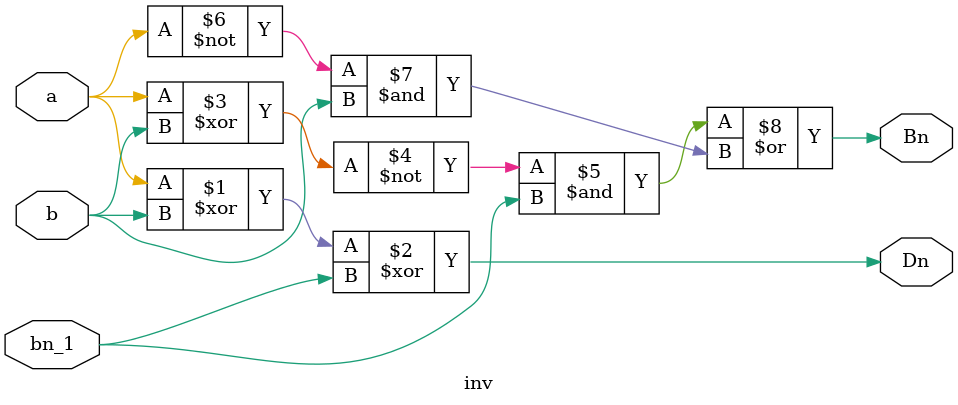
<source format=v>
`timescale 1ns / 1ps

module inv(
    input a,
    input b,
    input bn_1,
    output Dn,
    output Bn
);
    
assign Dn = (a^b)^bn_1;
assign Bn = ( ~(a^b) & bn_1) | (~a & b);
endmodule
</source>
